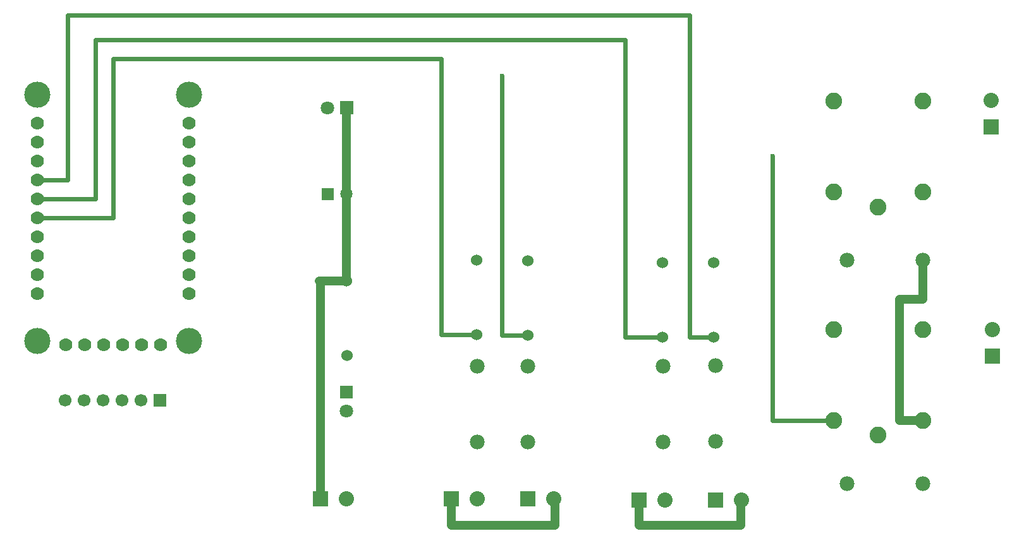
<source format=gtl>
G04 Layer: TopLayer*
G04 EasyEDA v6.5.8, 2022-08-15 07:29:34*
G04 028e3914a6f949ed9ca799ef75e4ed4f,10*
G04 Gerber Generator version 0.2*
G04 Scale: 100 percent, Rotated: No, Reflected: No *
G04 Dimensions in millimeters *
G04 leading zeros omitted , absolute positions ,4 integer and 5 decimal *
%FSLAX45Y45*%
%MOMM*%

%ADD10C,0.6096*%
%ADD11C,1.2192*%
%ADD12C,1.8000*%
%ADD13R,1.8000X1.8000*%
%ADD14C,1.6510*%
%ADD15C,1.9812*%
%ADD16R,1.7000X1.7000*%
%ADD17C,1.7000*%
%ADD18C,2.0320*%
%ADD19R,2.0320X2.0320*%
%ADD20C,2.2499*%
%ADD21C,1.5240*%
%ADD22C,3.5052*%
%ADD23C,1.7780*%
%ADD24C,0.6200*%

%LPD*%
D10*
X10833100Y5137734D02*
G01*
X10515600Y5137734D01*
X10515600Y9461500D01*
X2184400Y9461500D01*
X2184400Y7251700D01*
X1778000Y7251700D01*
D11*
X5918200Y7061200D02*
G01*
X5918200Y5898565D01*
D10*
X8343900Y5163134D02*
G01*
X8001000Y5163134D01*
X8001000Y8648700D01*
X7659903Y5177967D02*
G01*
X7188200Y5177967D01*
X7188200Y8877300D01*
X2794000Y8877300D01*
X2794000Y6743700D01*
X1778000Y6743700D01*
X10149103Y5139867D02*
G01*
X9652000Y5139867D01*
X9652000Y9131300D01*
X2552700Y9131300D01*
X2552700Y6997700D01*
X1778000Y6997700D01*
X11620500Y7569200D02*
G01*
X11620500Y4025900D01*
X12439802Y4025900D01*
D11*
X5918200Y8216900D02*
G01*
X5918200Y7061200D01*
X13639800Y4025900D02*
G01*
X13322300Y4025900D01*
X13322300Y5651500D01*
X13639800Y5651500D01*
X13639800Y6172200D01*
X9832340Y2959100D02*
G01*
X9832340Y2616200D01*
X11201400Y2616200D01*
X11201400Y2948939D01*
X11211559Y2959100D01*
X7317740Y2971800D02*
G01*
X7317740Y2616200D01*
X8712200Y2616200D01*
X8712200Y2956560D01*
X8696959Y2971800D01*
X5918200Y5898565D02*
G01*
X5549900Y5898565D01*
X5565140Y5883325D01*
X5565140Y2971800D01*
D12*
G01*
X5664200Y8216900D03*
G36*
X5828207Y8306892D02*
G01*
X6008192Y8306892D01*
X6008192Y8126907D01*
X5828207Y8126907D01*
G37*
G01*
X5918200Y4152900D03*
D13*
G01*
X5918200Y4406900D03*
G36*
X5581650Y7143750D02*
G01*
X5746750Y7143750D01*
X5746750Y6978650D01*
X5581650Y6978650D01*
G37*
D14*
G01*
X5918200Y7061200D03*
D15*
G01*
X7670800Y4749800D03*
G01*
X7670800Y3733800D03*
G01*
X8343900Y4749800D03*
G01*
X8343900Y3733800D03*
G01*
X12623800Y3175000D03*
G01*
X13639800Y3175000D03*
G01*
X10160000Y4749800D03*
G01*
X10160000Y3733800D03*
G01*
X10858500Y4762500D03*
G01*
X10858500Y3746500D03*
G01*
X12623800Y6172200D03*
G01*
X13639800Y6172200D03*
D16*
G01*
X3416300Y4292600D03*
D17*
G01*
X3162300Y4292600D03*
G01*
X2908300Y4292600D03*
G01*
X2654300Y4292600D03*
G01*
X2400300Y4292600D03*
G01*
X2146300Y4292600D03*
G36*
X5463540Y3073400D02*
G01*
X5666740Y3073400D01*
X5666740Y2870200D01*
X5463540Y2870200D01*
G37*
D18*
G01*
X5915659Y2971800D03*
G36*
X7216140Y3073400D02*
G01*
X7419340Y3073400D01*
X7419340Y2870200D01*
X7216140Y2870200D01*
G37*
G01*
X7668259Y2971800D03*
G36*
X8244840Y3073400D02*
G01*
X8448040Y3073400D01*
X8448040Y2870200D01*
X8244840Y2870200D01*
G37*
G01*
X8696959Y2971800D03*
D19*
G01*
X14566900Y4892039D03*
D18*
G01*
X14566900Y5242560D03*
G36*
X9730740Y3060700D02*
G01*
X9933940Y3060700D01*
X9933940Y2857500D01*
X9730740Y2857500D01*
G37*
G01*
X10182859Y2959100D03*
G36*
X10759440Y3060700D02*
G01*
X10962640Y3060700D01*
X10962640Y2857500D01*
X10759440Y2857500D01*
G37*
G01*
X11211559Y2959100D03*
D19*
G01*
X14554200Y7965439D03*
D18*
G01*
X14554200Y8315960D03*
D20*
G01*
X13039801Y3825900D03*
G01*
X13639800Y4025900D03*
G01*
X13639800Y5245887D03*
G01*
X12439802Y5245887D03*
G01*
X12439802Y4025900D03*
G01*
X13039801Y6886600D03*
G01*
X13639800Y7086600D03*
G01*
X13639800Y8306587D03*
G01*
X12439802Y8306587D03*
G01*
X12439802Y7086600D03*
D21*
G01*
X7658100Y6177965D03*
G01*
X7659903Y5177967D03*
G01*
X8343900Y5163134D03*
G01*
X8342096Y6163132D03*
G01*
X10147300Y6139865D03*
G01*
X10149103Y5139867D03*
G01*
X10833100Y5137734D03*
G01*
X10831296Y6137732D03*
G01*
X5920003Y4898567D03*
G01*
X5918200Y5898565D03*
D22*
G01*
X3810000Y8394700D03*
D23*
G01*
X3810000Y5727700D03*
G01*
X3810000Y5981700D03*
G01*
X3810000Y6235700D03*
G01*
X3810000Y6489700D03*
G01*
X3810000Y6743700D03*
G01*
X3810000Y6997700D03*
G01*
X3810000Y7251700D03*
G01*
X3810000Y7505700D03*
G01*
X3810000Y7759700D03*
G01*
X3810000Y8013700D03*
D22*
G01*
X3810000Y5092700D03*
D23*
G01*
X3429000Y5041900D03*
G01*
X2159000Y5041900D03*
G01*
X2413000Y5041900D03*
G01*
X2667000Y5041900D03*
G01*
X2921000Y5041900D03*
G01*
X3175000Y5041900D03*
D22*
G01*
X1778000Y5092700D03*
D23*
G01*
X1778000Y5727700D03*
G01*
X1778000Y8013700D03*
G01*
X1778000Y7759700D03*
G01*
X1778000Y7505700D03*
G01*
X1778000Y7251700D03*
G01*
X1778000Y6997700D03*
G01*
X1778000Y6743700D03*
G01*
X1778000Y6489700D03*
G01*
X1778000Y6235700D03*
G01*
X1778000Y5981700D03*
G01*
X1778000Y5727700D03*
D22*
G01*
X1778000Y8394700D03*
D24*
G01*
X11620500Y7569200D03*
G01*
X8001000Y8648700D03*
M02*

</source>
